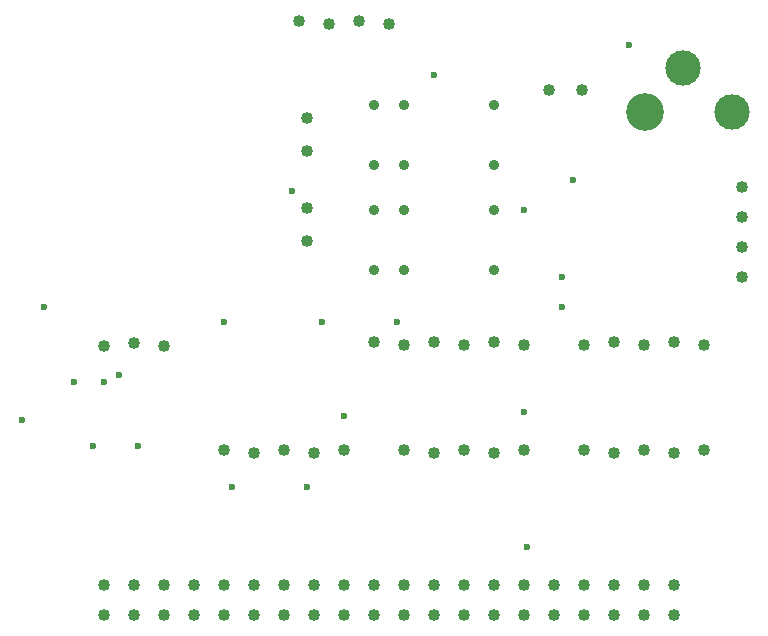
<source format=gbr>
%TF.GenerationSoftware,KiCad,Pcbnew,5.1.5+dfsg1-2~bpo10+1*%
%TF.CreationDate,2020-10-30T12:10:53+01:00*%
%TF.ProjectId,ms_auth_breakout,6d735f61-7574-4685-9f62-7265616b6f75,1.1.0*%
%TF.SameCoordinates,Original*%
%TF.FileFunction,Plated,1,2,PTH,Drill*%
%TF.FilePolarity,Positive*%
%FSLAX46Y46*%
G04 Gerber Fmt 4.6, Leading zero omitted, Abs format (unit mm)*
G04 Created by KiCad (PCBNEW 5.1.5+dfsg1-2~bpo10+1) date 2020-10-30 12:10:53 commit 8f6b4a8*
%MOMM*%
%LPD*%
G04 APERTURE LIST*
%TA.AperFunction,ViaDrill*%
%ADD10C,0.600000*%
%TD*%
%TA.AperFunction,ComponentDrill*%
%ADD11C,0.900000*%
%TD*%
%TA.AperFunction,ComponentDrill*%
%ADD12C,1.016000*%
%TD*%
%TA.AperFunction,ComponentDrill*%
%ADD13C,2.997200*%
%TD*%
%TA.AperFunction,ComponentDrill*%
%ADD14C,3.200000*%
%TD*%
G04 APERTURE END LIST*
D10*
X117652800Y-113576100D03*
X119557800Y-104051100D03*
X122097800Y-110401100D03*
X123685300Y-115798600D03*
X124637800Y-110401100D03*
X125907800Y-109766100D03*
X127495300Y-115798600D03*
X134797800Y-105321100D03*
X135432800Y-119291100D03*
X140512800Y-94208600D03*
X141782800Y-119291100D03*
X143052800Y-105321100D03*
X144957800Y-113258600D03*
X149402800Y-105321100D03*
X152577800Y-84366100D03*
X160197800Y-95796100D03*
X160197800Y-112941100D03*
X160388300Y-124371100D03*
X163372800Y-101511100D03*
X163372800Y-104051100D03*
X164325300Y-93256100D03*
X169087800Y-81826100D03*
D11*
%TO.C,RL2*%
X147497800Y-95796100D03*
X147497800Y-100876100D03*
X150037800Y-95796100D03*
X150037800Y-100876100D03*
X157657800Y-95796100D03*
X157657800Y-100876100D03*
%TO.C,RL1*%
X147497800Y-86906100D03*
X147497800Y-91986100D03*
X150037800Y-86906100D03*
X150037800Y-91986100D03*
X157657800Y-86906100D03*
X157657800Y-91986100D03*
D12*
%TO.C,J3*%
X134797800Y-116116100D03*
X137337800Y-116370100D03*
X139877800Y-116116100D03*
X142417800Y-116370100D03*
X144957800Y-116116100D03*
%TO.C,J8*%
X141147800Y-79794100D03*
X143687800Y-80048100D03*
X146227800Y-79794100D03*
X148767800Y-80048100D03*
%TO.C,J2*%
X150037800Y-116116100D03*
X152577800Y-116370100D03*
X155117800Y-116116100D03*
X157657800Y-116370100D03*
X160197800Y-116116100D03*
%TO.C,J4*%
X165277800Y-107226100D03*
X167817800Y-106972100D03*
X170357800Y-107226100D03*
X172897800Y-106972100D03*
X175437800Y-107226100D03*
%TO.C,J10*%
X162293300Y-85636100D03*
X165087300Y-85636100D03*
%TO.C,J11*%
X178612800Y-93891100D03*
X178612800Y-96431100D03*
X178612800Y-98971100D03*
X178612800Y-101511100D03*
%TO.C,J7*%
X124637800Y-107353100D03*
X127177800Y-107099100D03*
X129717800Y-107353100D03*
%TO.C,J1*%
X165277800Y-116116100D03*
X167817800Y-116370100D03*
X170357800Y-116116100D03*
X172897800Y-116370100D03*
X175437800Y-116116100D03*
%TO.C,J13*%
X141782800Y-95669100D03*
X141782800Y-98463100D03*
%TO.C,J5*%
X147497800Y-106972100D03*
X150037800Y-107226100D03*
X152577800Y-106972100D03*
X155117800Y-107226100D03*
X157657800Y-106972100D03*
X160197800Y-107226100D03*
%TO.C,J12*%
X141782800Y-88049100D03*
X141782800Y-90843100D03*
%TO.C,J14*%
X124637800Y-127546100D03*
X124637800Y-130086100D03*
X127177800Y-127546100D03*
X127177800Y-130086100D03*
X129717800Y-127546100D03*
X129717800Y-130086100D03*
X132257800Y-127546100D03*
X132257800Y-130086100D03*
X134797800Y-127546100D03*
X134797800Y-130086100D03*
X137337800Y-127546100D03*
X137337800Y-130086100D03*
X139877800Y-127546100D03*
X139877800Y-130086100D03*
X142417800Y-127546100D03*
X142417800Y-130086100D03*
X144957800Y-127546100D03*
X144957800Y-130086100D03*
X147497800Y-127546100D03*
X147497800Y-130086100D03*
X150037800Y-127546100D03*
X150037800Y-130086100D03*
X152577800Y-127546100D03*
X152577800Y-130086100D03*
X155117800Y-127546100D03*
X155117800Y-130086100D03*
X157657800Y-127546100D03*
X157657800Y-130086100D03*
X160197800Y-127546100D03*
X160197800Y-130086100D03*
X162737800Y-127546100D03*
X162737800Y-130086100D03*
X165277800Y-127546100D03*
X165277800Y-130086100D03*
X167817800Y-127546100D03*
X167817800Y-130086100D03*
X170357800Y-127546100D03*
X170357800Y-130086100D03*
X172897800Y-127546100D03*
X172897800Y-130086100D03*
D13*
%TO.C,J9*%
X173627800Y-83779500D03*
X177770800Y-87515700D03*
D14*
X170450000Y-87541100D03*
M02*

</source>
